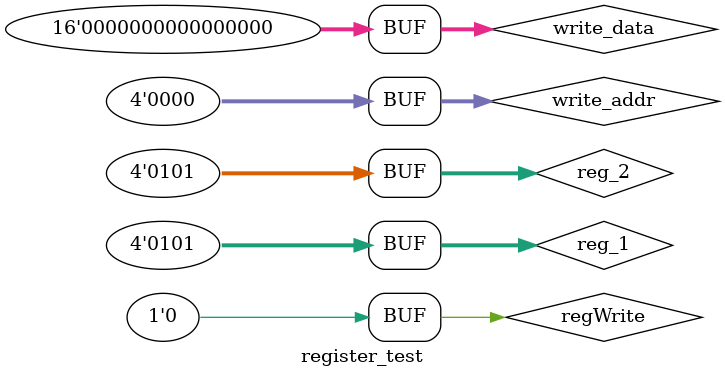
<source format=v>
`define DELAY 20
module register_test();
reg regWrite;
reg [3:0] reg_1, reg_2, write_addr;
reg [15:0] write_data;

wire [15:0] data_1, data_2;

register_block regist(.regWrite(regWrite), .reg_1(reg_1), .reg_2(reg_2), .write_addr(write_addr), .write_data(write_data), .data_1(data_1), .data_2(data_2));

initial begin 
reg_1 = 4'b0000; reg_2 = 4'b0001; write_addr = 4'b0010; write_data = 16'h0000;  regWrite = 1'b0;
#`DELAY;

reg_1 = 4'b0011; reg_2 = 4'b0100; write_addr = 4'b0101; write_data = 16'hFFFF;  regWrite = 1'b1;
#`DELAY;

reg_1 = 4'b0101; reg_2 = 4'b0101; write_addr = 4'b0000; write_data = 16'h0000;  regWrite = 1'b0;
#`DELAY;


end

initial
begin
$monitor("REGISTER Results: First Reg: %4b, Read Data 1: %16b, Second Reg: %4b, Read Data 2: %16b, Reg Write: %1b, Write Address: %4b, Write Data: %16b", reg_1, data_1, reg_2, data_2, regWrite, write_addr, write_data);
end

endmodule
</source>
